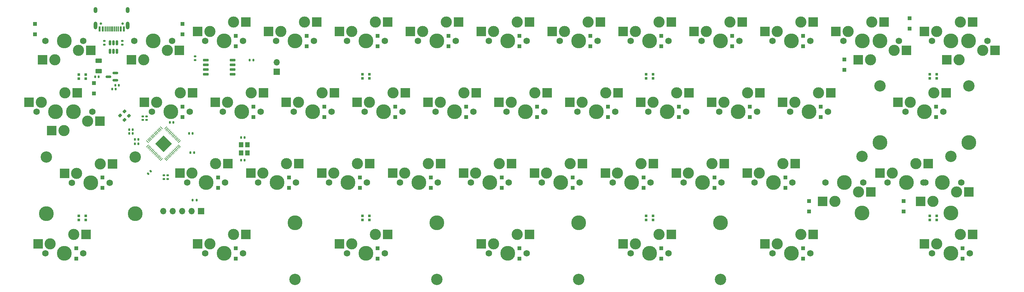
<source format=gbr>
%TF.GenerationSoftware,KiCad,Pcbnew,(6.0.7)*%
%TF.CreationDate,2023-01-25T01:57:20+01:00*%
%TF.ProjectId,william,77696c6c-6961-46d2-9e6b-696361645f70,rev?*%
%TF.SameCoordinates,Original*%
%TF.FileFunction,Soldermask,Bot*%
%TF.FilePolarity,Negative*%
%FSLAX46Y46*%
G04 Gerber Fmt 4.6, Leading zero omitted, Abs format (unit mm)*
G04 Created by KiCad (PCBNEW (6.0.7)) date 2023-01-25 01:57:20*
%MOMM*%
%LPD*%
G01*
G04 APERTURE LIST*
G04 Aperture macros list*
%AMRoundRect*
0 Rectangle with rounded corners*
0 $1 Rounding radius*
0 $2 $3 $4 $5 $6 $7 $8 $9 X,Y pos of 4 corners*
0 Add a 4 corners polygon primitive as box body*
4,1,4,$2,$3,$4,$5,$6,$7,$8,$9,$2,$3,0*
0 Add four circle primitives for the rounded corners*
1,1,$1+$1,$2,$3*
1,1,$1+$1,$4,$5*
1,1,$1+$1,$6,$7*
1,1,$1+$1,$8,$9*
0 Add four rect primitives between the rounded corners*
20,1,$1+$1,$2,$3,$4,$5,0*
20,1,$1+$1,$4,$5,$6,$7,0*
20,1,$1+$1,$6,$7,$8,$9,0*
20,1,$1+$1,$8,$9,$2,$3,0*%
G04 Aperture macros list end*
%ADD10R,0.700000X0.700000*%
%ADD11C,3.987800*%
%ADD12C,3.000000*%
%ADD13C,1.750000*%
%ADD14R,2.550000X2.500000*%
%ADD15C,3.048000*%
%ADD16R,1.100000X1.100000*%
%ADD17RoundRect,0.140000X-0.140000X-0.170000X0.140000X-0.170000X0.140000X0.170000X-0.140000X0.170000X0*%
%ADD18R,1.700000X1.700000*%
%ADD19O,1.700000X1.700000*%
%ADD20RoundRect,0.140000X0.140000X0.170000X-0.140000X0.170000X-0.140000X-0.170000X0.140000X-0.170000X0*%
%ADD21RoundRect,0.200000X-0.335876X-0.053033X-0.053033X-0.335876X0.335876X0.053033X0.053033X0.335876X0*%
%ADD22RoundRect,0.135000X-0.135000X-0.185000X0.135000X-0.185000X0.135000X0.185000X-0.135000X0.185000X0*%
%ADD23RoundRect,0.150000X0.587500X0.150000X-0.587500X0.150000X-0.587500X-0.150000X0.587500X-0.150000X0*%
%ADD24RoundRect,0.150000X0.650000X0.150000X-0.650000X0.150000X-0.650000X-0.150000X0.650000X-0.150000X0*%
%ADD25RoundRect,0.140000X0.170000X-0.140000X0.170000X0.140000X-0.170000X0.140000X-0.170000X-0.140000X0*%
%ADD26C,0.650000*%
%ADD27R,0.600000X1.450000*%
%ADD28R,0.300000X1.450000*%
%ADD29O,1.000000X2.100000*%
%ADD30O,1.000000X1.600000*%
%ADD31RoundRect,0.135000X-0.185000X0.135000X-0.185000X-0.135000X0.185000X-0.135000X0.185000X0.135000X0*%
%ADD32RoundRect,0.050000X0.238649X0.309359X-0.309359X-0.238649X-0.238649X-0.309359X0.309359X0.238649X0*%
%ADD33RoundRect,0.050000X-0.238649X0.309359X-0.309359X0.238649X0.238649X-0.309359X0.309359X-0.238649X0*%
%ADD34RoundRect,0.144000X0.000000X2.059095X-2.059095X0.000000X0.000000X-2.059095X2.059095X0.000000X0*%
%ADD35RoundRect,0.135000X0.135000X0.185000X-0.135000X0.185000X-0.135000X-0.185000X0.135000X-0.185000X0*%
%ADD36RoundRect,0.140000X0.021213X-0.219203X0.219203X-0.021213X-0.021213X0.219203X-0.219203X0.021213X0*%
%ADD37RoundRect,0.250000X-0.625000X0.375000X-0.625000X-0.375000X0.625000X-0.375000X0.625000X0.375000X0*%
%ADD38RoundRect,0.140000X-0.170000X0.140000X-0.170000X-0.140000X0.170000X-0.140000X0.170000X0.140000X0*%
%ADD39R,1.200000X1.400000*%
%ADD40RoundRect,0.150000X0.150000X-0.512500X0.150000X0.512500X-0.150000X0.512500X-0.150000X-0.512500X0*%
G04 APERTURE END LIST*
D10*
%TO.C,D53*%
X262610000Y-94212500D03*
X262610000Y-93112500D03*
X264440000Y-93112500D03*
X264440000Y-94212500D03*
%TD*%
%TO.C,D52*%
X262610000Y-56112500D03*
X262610000Y-55012500D03*
X264440000Y-55012500D03*
X264440000Y-56112500D03*
%TD*%
%TO.C,D51*%
X186410000Y-94212500D03*
X186410000Y-93112500D03*
X188240000Y-93112500D03*
X188240000Y-94212500D03*
%TD*%
%TO.C,D50*%
X186410000Y-56112500D03*
X186410000Y-55012500D03*
X188240000Y-55012500D03*
X188240000Y-56112500D03*
%TD*%
%TO.C,D49*%
X110210000Y-94212500D03*
X110210000Y-93112500D03*
X112040000Y-93112500D03*
X112040000Y-94212500D03*
%TD*%
%TO.C,D48*%
X110210000Y-56112500D03*
X110210000Y-55012500D03*
X112040000Y-55012500D03*
X112040000Y-56112500D03*
%TD*%
%TO.C,D47*%
X34010000Y-94212500D03*
X34010000Y-93112500D03*
X35840000Y-93112500D03*
X35840000Y-94212500D03*
%TD*%
%TO.C,D46*%
X34010000Y-56176000D03*
X34010000Y-55076000D03*
X35840000Y-55076000D03*
X35840000Y-56176000D03*
%TD*%
D11*
%TO.C,SW23*%
X211137500Y-65087500D03*
D12*
X213677500Y-60007500D03*
D13*
X206057500Y-65087500D03*
X216217500Y-65087500D03*
D12*
X207327500Y-62547500D03*
D14*
X204052500Y-62547500D03*
X216979500Y-60007500D03*
%TD*%
D12*
%TO.C,SW42*%
X221615000Y-100647500D03*
D13*
X220345000Y-103187500D03*
X230505000Y-103187500D03*
D12*
X227965000Y-98107500D03*
D11*
X225425000Y-103187500D03*
D14*
X218340000Y-100647500D03*
X231267000Y-98107500D03*
%TD*%
D13*
%TO.C,SW43*%
X273367500Y-103187500D03*
D12*
X270827500Y-98107500D03*
D11*
X268287500Y-103187500D03*
D13*
X263207500Y-103187500D03*
D12*
X264477500Y-100647500D03*
D14*
X261202500Y-100647500D03*
X274129500Y-98107500D03*
%TD*%
D11*
%TO.C,SW13(1.5)1*%
X268287500Y-46037500D03*
D13*
X263207500Y-46037500D03*
X273367500Y-46037500D03*
D12*
X264477500Y-43497500D03*
X270827500Y-40957500D03*
D14*
X261202500Y-43497500D03*
X274129500Y-40957500D03*
%TD*%
D12*
%TO.C,SW37(1.75)1*%
X263461500Y-89217500D03*
D11*
X266001500Y-84137500D03*
D13*
X260921500Y-84137500D03*
D12*
X269811500Y-86677500D03*
D13*
X271081500Y-84137500D03*
D14*
X273086500Y-86677500D03*
X260159500Y-89217500D03*
%TD*%
D11*
%TO.C,SW25*%
X249237500Y-73335550D03*
D13*
X256095500Y-65080550D03*
D11*
X273113500Y-73335550D03*
X261175500Y-65080550D03*
D12*
X257365500Y-62540550D03*
D15*
X273113500Y-58095550D03*
D12*
X263715500Y-60000550D03*
D15*
X249237500Y-58095550D03*
D13*
X266255500Y-65080550D03*
D14*
X254090500Y-62540550D03*
X267017500Y-60000550D03*
%TD*%
D12*
%TO.C,SW21*%
X175577500Y-60007500D03*
X169227500Y-62547500D03*
D13*
X178117500Y-65087500D03*
D11*
X173037500Y-65087500D03*
D13*
X167957500Y-65087500D03*
D14*
X165952500Y-62547500D03*
X178879500Y-60007500D03*
%TD*%
D12*
%TO.C,SW15*%
X54927500Y-62547500D03*
D11*
X58737500Y-65087500D03*
D12*
X61277500Y-60007500D03*
D13*
X53657500Y-65087500D03*
X63817500Y-65087500D03*
D14*
X51652500Y-62547500D03*
X64579500Y-60007500D03*
%TD*%
D13*
%TO.C,SW7*%
X154305000Y-46037500D03*
D11*
X149225000Y-46037500D03*
D12*
X145415000Y-43497500D03*
X151765000Y-40957500D03*
D13*
X144145000Y-46037500D03*
D14*
X142140000Y-43497500D03*
X155067000Y-40957500D03*
%TD*%
D13*
%TO.C,SW34*%
X206692500Y-84137500D03*
D11*
X201612500Y-84137500D03*
D13*
X196532500Y-84137500D03*
D12*
X204152500Y-79057500D03*
X197802500Y-81597500D03*
D14*
X194527500Y-81597500D03*
X207454500Y-79057500D03*
%TD*%
D12*
%TO.C,SW9*%
X183515000Y-43497500D03*
D13*
X182245000Y-46037500D03*
D11*
X187325000Y-46037500D03*
D13*
X192405000Y-46037500D03*
D12*
X189865000Y-40957500D03*
D14*
X180240000Y-43497500D03*
X193167000Y-40957500D03*
%TD*%
D12*
%TO.C,SW30*%
X121602500Y-81597500D03*
D11*
X125412500Y-84137500D03*
D13*
X120332500Y-84137500D03*
D12*
X127952500Y-79057500D03*
D13*
X130492500Y-84137500D03*
D14*
X118327500Y-81597500D03*
X131254500Y-79057500D03*
%TD*%
D12*
%TO.C,SW19*%
X137477500Y-60007500D03*
X131127500Y-62547500D03*
D11*
X134937500Y-65087500D03*
D13*
X140017500Y-65087500D03*
X129857500Y-65087500D03*
D14*
X127852500Y-62547500D03*
X140779500Y-60007500D03*
%TD*%
D13*
%TO.C,SW14(1.25)1*%
X32841497Y-65046825D03*
D12*
X23951497Y-62506825D03*
D11*
X27761497Y-65046825D03*
D12*
X30301497Y-59966825D03*
D13*
X22681497Y-65046825D03*
D14*
X20676497Y-62506825D03*
X33603497Y-59966825D03*
%TD*%
D12*
%TO.C,SW44*%
X113665000Y-98107500D03*
D11*
X111125000Y-103187500D03*
D15*
X130175000Y-110172500D03*
D11*
X130175000Y-94932500D03*
D13*
X106045000Y-103187500D03*
D11*
X92075000Y-94932500D03*
D15*
X92075000Y-110172500D03*
D12*
X107315000Y-100647500D03*
D13*
X116205000Y-103187500D03*
D14*
X104040000Y-100647500D03*
X116967000Y-98107500D03*
%TD*%
D13*
%TO.C,SW45*%
X182245000Y-103187500D03*
D15*
X168275000Y-110172500D03*
X206375000Y-110172500D03*
D12*
X189865000Y-98107500D03*
D11*
X168275000Y-94932500D03*
X187325000Y-103187500D03*
X206375000Y-94932500D03*
D13*
X192405000Y-103187500D03*
D12*
X183515000Y-100647500D03*
D14*
X180240000Y-100647500D03*
X193167000Y-98107500D03*
%TD*%
D11*
%TO.C,SW33*%
X182562500Y-84137500D03*
D12*
X178752500Y-81597500D03*
D13*
X187642500Y-84137500D03*
D12*
X185102500Y-79057500D03*
D13*
X177482500Y-84137500D03*
D14*
X175477500Y-81597500D03*
X188404500Y-79057500D03*
%TD*%
D12*
%TO.C,SW32*%
X159702500Y-81597500D03*
X166052500Y-79057500D03*
D13*
X168592500Y-84137500D03*
X158432500Y-84137500D03*
D11*
X163512500Y-84137500D03*
D14*
X156427500Y-81597500D03*
X169354500Y-79057500D03*
%TD*%
D12*
%TO.C,SW36*%
X243522500Y-86677500D03*
D13*
X244792500Y-84137500D03*
D11*
X239712500Y-84137500D03*
D12*
X237172500Y-89217500D03*
D13*
X234632500Y-84137500D03*
D14*
X246797500Y-86677500D03*
X233870500Y-89217500D03*
%TD*%
D12*
%TO.C,SW4*%
X88265000Y-43497500D03*
D13*
X97155000Y-46037500D03*
D12*
X94615000Y-40957500D03*
D11*
X92075000Y-46037500D03*
D13*
X86995000Y-46037500D03*
D14*
X84990000Y-43497500D03*
X97917000Y-40957500D03*
%TD*%
D12*
%TO.C,SW5*%
X113665000Y-40957500D03*
D13*
X106045000Y-46037500D03*
D12*
X107315000Y-43497500D03*
D11*
X111125000Y-46037500D03*
D13*
X116205000Y-46037500D03*
D14*
X104040000Y-43497500D03*
X116967000Y-40957500D03*
%TD*%
D12*
%TO.C,SW16*%
X80327500Y-60007500D03*
X73977500Y-62547500D03*
D11*
X77787500Y-65087500D03*
D13*
X82867500Y-65087500D03*
X72707500Y-65087500D03*
D14*
X70702500Y-62547500D03*
X83629500Y-60007500D03*
%TD*%
D15*
%TO.C,SW37(2.75)1*%
X244411500Y-77089000D03*
D11*
X244411500Y-92329000D03*
D13*
X251269500Y-84074000D03*
D11*
X268287500Y-92329000D03*
D13*
X261429500Y-84074000D03*
D12*
X258889500Y-78994000D03*
D11*
X256349500Y-84074000D03*
D12*
X252539500Y-81534000D03*
D15*
X268287500Y-77089000D03*
D14*
X249264500Y-81534000D03*
X262191500Y-78994000D03*
%TD*%
D13*
%TO.C,SW17*%
X91757500Y-65087500D03*
X101917500Y-65087500D03*
D12*
X93027500Y-62547500D03*
D11*
X96837500Y-65087500D03*
D12*
X99377500Y-60007500D03*
D14*
X89752500Y-62547500D03*
X102679500Y-60007500D03*
%TD*%
D13*
%TO.C,SW18*%
X110807500Y-65087500D03*
D12*
X118427500Y-60007500D03*
D13*
X120967500Y-65087500D03*
D11*
X115887500Y-65087500D03*
D12*
X112077500Y-62547500D03*
D14*
X108802500Y-62547500D03*
X121729500Y-60007500D03*
%TD*%
D12*
%TO.C,SW35*%
X216852500Y-81597500D03*
D13*
X225742500Y-84137500D03*
X215582500Y-84137500D03*
D12*
X223202500Y-79057500D03*
D11*
X220662500Y-84137500D03*
D14*
X213577500Y-81597500D03*
X226504500Y-79057500D03*
%TD*%
D11*
%TO.C,SW39*%
X30162500Y-103187500D03*
D13*
X25082500Y-103187500D03*
X35242500Y-103187500D03*
D12*
X26352500Y-100647500D03*
X32702500Y-98107500D03*
D14*
X23077500Y-100647500D03*
X36004500Y-98107500D03*
%TD*%
D13*
%TO.C,SW40*%
X78105000Y-103187500D03*
X67945000Y-103187500D03*
D11*
X73025000Y-103187500D03*
D12*
X75565000Y-98107500D03*
X69215000Y-100647500D03*
D14*
X65940000Y-100647500D03*
X78867000Y-98107500D03*
%TD*%
D12*
%TO.C,SW31*%
X140652500Y-81597500D03*
D11*
X144462500Y-84137500D03*
D13*
X139382500Y-84137500D03*
X149542500Y-84137500D03*
D12*
X147002500Y-79057500D03*
D14*
X137377500Y-81597500D03*
X150304500Y-79057500D03*
%TD*%
D11*
%TO.C,SW8*%
X168275000Y-46037500D03*
D12*
X164465000Y-43497500D03*
D13*
X173355000Y-46037500D03*
D12*
X170815000Y-40957500D03*
D13*
X163195000Y-46037500D03*
D14*
X161190000Y-43497500D03*
X174117000Y-40957500D03*
%TD*%
D13*
%TO.C,SW12*%
X278130000Y-46037500D03*
D12*
X276860000Y-48577500D03*
D13*
X267970000Y-46037500D03*
D11*
X273050000Y-46037500D03*
D12*
X270510000Y-51117500D03*
D14*
X280135000Y-48577500D03*
X267208000Y-51117500D03*
%TD*%
D11*
%TO.C,SW41*%
X149225000Y-103187500D03*
D15*
X206375000Y-110172500D03*
D11*
X92075000Y-94932500D03*
D13*
X144145000Y-103187500D03*
D12*
X145415000Y-100647500D03*
X151765000Y-98107500D03*
D15*
X92075000Y-110172500D03*
D13*
X154305000Y-103187500D03*
D11*
X206375000Y-94932500D03*
D14*
X142140000Y-100647500D03*
X155067000Y-98107500D03*
%TD*%
D13*
%TO.C,SW11*%
X220345000Y-46037500D03*
D11*
X225425000Y-46037500D03*
D12*
X221615000Y-43497500D03*
D13*
X230505000Y-46037500D03*
D12*
X227965000Y-40957500D03*
D14*
X218340000Y-43497500D03*
X231267000Y-40957500D03*
%TD*%
D13*
%TO.C,SW28*%
X92392500Y-84137500D03*
D12*
X89852500Y-79057500D03*
X83502500Y-81597500D03*
D11*
X87312500Y-84137500D03*
D13*
X82232500Y-84137500D03*
D14*
X80227500Y-81597500D03*
X93154500Y-79057500D03*
%TD*%
D13*
%TO.C,SW3*%
X67945000Y-46037500D03*
X78105000Y-46037500D03*
D12*
X75565000Y-40957500D03*
D11*
X73025000Y-46037500D03*
D12*
X69215000Y-43497500D03*
D14*
X65940000Y-43497500D03*
X78867000Y-40957500D03*
%TD*%
D13*
%TO.C,SW1*%
X25082500Y-46037500D03*
D12*
X33972500Y-48577500D03*
D11*
X30162500Y-46037500D03*
D13*
X35242500Y-46037500D03*
D12*
X27622500Y-51117500D03*
D14*
X37247500Y-48577500D03*
X24320500Y-51117500D03*
%TD*%
D13*
%TO.C,SW10*%
X201295000Y-46037500D03*
D12*
X208915000Y-40957500D03*
D13*
X211455000Y-46037500D03*
D12*
X202565000Y-43497500D03*
D11*
X206375000Y-46037500D03*
D14*
X199290000Y-43497500D03*
X212217000Y-40957500D03*
%TD*%
D12*
%TO.C,SW13*%
X247015000Y-40957500D03*
X240665000Y-43497500D03*
D13*
X249555000Y-46037500D03*
X239395000Y-46037500D03*
D11*
X244475000Y-46037500D03*
D14*
X237390000Y-43497500D03*
X250317000Y-40957500D03*
%TD*%
D13*
%TO.C,SW27*%
X73342500Y-84137500D03*
D11*
X68262500Y-84137500D03*
D13*
X63182500Y-84137500D03*
D12*
X70802500Y-79057500D03*
X64452500Y-81597500D03*
D14*
X61177500Y-81597500D03*
X74104500Y-79057500D03*
%TD*%
D12*
%TO.C,SW22*%
X188277500Y-62547500D03*
D13*
X187007500Y-65087500D03*
D11*
X192087500Y-65087500D03*
D13*
X197167500Y-65087500D03*
D12*
X194627500Y-60007500D03*
D14*
X185002500Y-62547500D03*
X197929500Y-60007500D03*
%TD*%
D13*
%TO.C,SW6*%
X135255000Y-46037500D03*
D12*
X132715000Y-40957500D03*
D13*
X125095000Y-46037500D03*
D12*
X126365000Y-43497500D03*
D11*
X130175000Y-46037500D03*
D14*
X123090000Y-43497500D03*
X136017000Y-40957500D03*
%TD*%
D13*
%TO.C,SW24*%
X225107500Y-65087500D03*
D12*
X226377500Y-62547500D03*
D13*
X235267500Y-65087500D03*
D12*
X232727500Y-60007500D03*
D11*
X230187500Y-65087500D03*
D14*
X223102500Y-62547500D03*
X236029500Y-60007500D03*
%TD*%
D11*
%TO.C,SW29*%
X106362500Y-84137500D03*
D12*
X108902500Y-79057500D03*
D13*
X111442500Y-84137500D03*
X101282500Y-84137500D03*
D12*
X102552500Y-81597500D03*
D14*
X99277500Y-81597500D03*
X112204500Y-79057500D03*
%TD*%
D13*
%TO.C,SW20*%
X148907500Y-65087500D03*
D12*
X150177500Y-62547500D03*
D13*
X159067500Y-65087500D03*
D12*
X156527500Y-60007500D03*
D11*
X153987500Y-65087500D03*
D14*
X146902500Y-62547500D03*
X159829500Y-60007500D03*
%TD*%
D12*
%TO.C,SW14*%
X30035500Y-70167500D03*
D13*
X37655500Y-65087500D03*
D11*
X32575500Y-65087500D03*
D12*
X36385500Y-67627500D03*
D13*
X27495500Y-65087500D03*
D14*
X39660500Y-67627500D03*
X26733500Y-70167500D03*
%TD*%
D12*
%TO.C,SW2*%
X57785000Y-48577500D03*
D13*
X48895000Y-46037500D03*
X59055000Y-46037500D03*
D11*
X53975000Y-46037500D03*
D12*
X51435000Y-51117500D03*
D14*
X61060000Y-48577500D03*
X48133000Y-51117500D03*
%TD*%
D12*
%TO.C,SW12(1.5)1*%
X246697500Y-51117500D03*
D13*
X244157500Y-46037500D03*
X254317500Y-46037500D03*
D12*
X253047500Y-48577500D03*
D11*
X249237500Y-46037500D03*
D14*
X256322500Y-48577500D03*
X243395500Y-51117500D03*
%TD*%
D12*
%TO.C,SW26*%
X39814500Y-79121000D03*
D15*
X25336500Y-77216000D03*
D11*
X25336500Y-92456000D03*
X37274500Y-84201000D03*
D15*
X49212500Y-77216000D03*
D12*
X33464500Y-81661000D03*
D13*
X42354500Y-84201000D03*
D11*
X49212500Y-92456000D03*
D13*
X32194500Y-84201000D03*
D14*
X30189500Y-81661000D03*
X43116500Y-79121000D03*
%TD*%
D16*
%TO.C,D12*%
X76200000Y-104587500D03*
X76200000Y-101787500D03*
%TD*%
%TO.C,D43*%
X255587500Y-91887500D03*
X255587500Y-89087500D03*
%TD*%
%TO.C,D29*%
X185737500Y-85537500D03*
X185737500Y-82737500D03*
%TD*%
%TO.C,D34*%
X209550000Y-47437500D03*
X209550000Y-44637500D03*
%TD*%
%TO.C,D28*%
X176212500Y-66487500D03*
X176212500Y-63687500D03*
%TD*%
%TO.C,D44*%
X257175000Y-42675000D03*
X257175000Y-39875000D03*
%TD*%
%TO.C,D21*%
X138112500Y-66487500D03*
X138112500Y-63687500D03*
%TD*%
D17*
%TO.C,C7*%
X43843000Y-57912000D03*
X44803000Y-57912000D03*
%TD*%
D16*
%TO.C,D5*%
X33337500Y-104587500D03*
X33337500Y-101787500D03*
%TD*%
%TO.C,D30*%
X190500000Y-47437500D03*
X190500000Y-44637500D03*
%TD*%
D18*
%TO.C,SW37*%
X87147000Y-54336000D03*
D19*
X87147000Y-51796000D03*
%TD*%
D20*
%TO.C,C5*%
X78585000Y-78105000D03*
X77625000Y-78105000D03*
%TD*%
D16*
%TO.C,D42*%
X264287000Y-66487500D03*
X264287000Y-63687500D03*
%TD*%
%TO.C,D14*%
X100012500Y-66487500D03*
X100012500Y-63687500D03*
%TD*%
D21*
%TO.C,R2*%
X45136637Y-66091637D03*
X46303363Y-67258363D03*
%TD*%
D16*
%TO.C,D11*%
X90487500Y-85537500D03*
X90487500Y-82737500D03*
%TD*%
D22*
%TO.C,R3*%
X64621588Y-88875000D03*
X65641588Y-88875000D03*
%TD*%
D16*
%TO.C,D39*%
X230187500Y-91887500D03*
X230187500Y-89087500D03*
%TD*%
%TO.C,D31*%
X195262500Y-66487500D03*
X195262500Y-63687500D03*
%TD*%
D23*
%TO.C,U2*%
X43863500Y-54676000D03*
X43863500Y-56576000D03*
X41988500Y-55626000D03*
%TD*%
D24*
%TO.C,U3*%
X75355000Y-51181000D03*
X75355000Y-52451000D03*
X75355000Y-53721000D03*
X75355000Y-54991000D03*
X68155000Y-54991000D03*
X68155000Y-53721000D03*
X68155000Y-52451000D03*
X68155000Y-51181000D03*
%TD*%
D20*
%TO.C,C16*%
X50010000Y-72517000D03*
X49050000Y-72517000D03*
%TD*%
D25*
%TO.C,C15*%
X51181000Y-67282000D03*
X51181000Y-66322000D03*
%TD*%
%TO.C,C11*%
X57912000Y-83157000D03*
X57912000Y-82197000D03*
%TD*%
D16*
%TO.C,D23*%
X152400000Y-47437500D03*
X152400000Y-44637500D03*
%TD*%
D26*
%TO.C,J1*%
X45752499Y-41319539D03*
X39972499Y-41319539D03*
D27*
X39612499Y-42764539D03*
X40412499Y-42764539D03*
D28*
X41612499Y-42764539D03*
X42612499Y-42764539D03*
X43112499Y-42764539D03*
X44112499Y-42764539D03*
D27*
X45312499Y-42764539D03*
X46112499Y-42764539D03*
X46112499Y-42764539D03*
X45312499Y-42764539D03*
D28*
X44612499Y-42764539D03*
X43612499Y-42764539D03*
X42112499Y-42764539D03*
X41112499Y-42764539D03*
D27*
X40412499Y-42764539D03*
X39612499Y-42764539D03*
D29*
X47182499Y-41849539D03*
D30*
X47182499Y-37669539D03*
X38542499Y-37669539D03*
D29*
X38542499Y-41849539D03*
%TD*%
D20*
%TO.C,C8*%
X43914000Y-58928000D03*
X42954000Y-58928000D03*
%TD*%
D17*
%TO.C,C14*%
X63655000Y-70866000D03*
X64615000Y-70866000D03*
%TD*%
D31*
%TO.C,R5*%
X45720000Y-45972000D03*
X45720000Y-46992000D03*
%TD*%
D17*
%TO.C,C17*%
X58448000Y-67945000D03*
X59408000Y-67945000D03*
%TD*%
D16*
%TO.C,D24*%
X157162500Y-66487500D03*
X157162500Y-63687500D03*
%TD*%
D20*
%TO.C,C1*%
X48486000Y-69850000D03*
X47526000Y-69850000D03*
%TD*%
D25*
%TO.C,C2*%
X52197000Y-67282000D03*
X52197000Y-66322000D03*
%TD*%
D16*
%TO.C,D20*%
X133350000Y-47437500D03*
X133350000Y-44637500D03*
%TD*%
%TO.C,D45*%
X271462500Y-104587500D03*
X271462500Y-101787500D03*
%TD*%
%TO.C,D40*%
X228600000Y-104587500D03*
X228600000Y-101787500D03*
%TD*%
%TO.C,D27*%
X171450000Y-47437500D03*
X171450000Y-44637500D03*
%TD*%
D32*
%TO.C,U1*%
X57361202Y-69390843D03*
X57644045Y-69673686D03*
X57926887Y-69956528D03*
X58209730Y-70239371D03*
X58492573Y-70522214D03*
X58775415Y-70805056D03*
X59058258Y-71087899D03*
X59341101Y-71370742D03*
X59623944Y-71653585D03*
X59906786Y-71936427D03*
X60189629Y-72219270D03*
X60472472Y-72502113D03*
X60755314Y-72784955D03*
X61038157Y-73067798D03*
D33*
X61038157Y-74252202D03*
X60755314Y-74535045D03*
X60472472Y-74817887D03*
X60189629Y-75100730D03*
X59906786Y-75383573D03*
X59623944Y-75666415D03*
X59341101Y-75949258D03*
X59058258Y-76232101D03*
X58775415Y-76514944D03*
X58492573Y-76797786D03*
X58209730Y-77080629D03*
X57926887Y-77363472D03*
X57644045Y-77646314D03*
X57361202Y-77929157D03*
D32*
X56176798Y-77929157D03*
X55893955Y-77646314D03*
X55611113Y-77363472D03*
X55328270Y-77080629D03*
X55045427Y-76797786D03*
X54762585Y-76514944D03*
X54479742Y-76232101D03*
X54196899Y-75949258D03*
X53914056Y-75666415D03*
X53631214Y-75383573D03*
X53348371Y-75100730D03*
X53065528Y-74817887D03*
X52782686Y-74535045D03*
X52499843Y-74252202D03*
D33*
X52499843Y-73067798D03*
X52782686Y-72784955D03*
X53065528Y-72502113D03*
X53348371Y-72219270D03*
X53631214Y-71936427D03*
X53914056Y-71653585D03*
X54196899Y-71370742D03*
X54479742Y-71087899D03*
X54762585Y-70805056D03*
X55045427Y-70522214D03*
X55328270Y-70239371D03*
X55611113Y-69956528D03*
X55893955Y-69673686D03*
X56176798Y-69390843D03*
D34*
X56769000Y-73660000D03*
%TD*%
D18*
%TO.C,J2*%
X66899000Y-91796000D03*
D19*
X64359000Y-91796000D03*
X61819000Y-91796000D03*
X59279000Y-91796000D03*
X56739000Y-91796000D03*
%TD*%
D16*
%TO.C,D33*%
X190500000Y-104587500D03*
X190500000Y-101787500D03*
%TD*%
%TO.C,D4*%
X40386000Y-85537500D03*
X40386000Y-82737500D03*
%TD*%
%TO.C,D16*%
X114300000Y-47437500D03*
X114300000Y-44637500D03*
%TD*%
D25*
%TO.C,C12*%
X65278000Y-51153000D03*
X65278000Y-50193000D03*
%TD*%
D16*
%TO.C,D3*%
X38100000Y-57337500D03*
X38100000Y-60137500D03*
%TD*%
%TO.C,D8*%
X71437500Y-85537500D03*
X71437500Y-82737500D03*
%TD*%
D35*
%TO.C,R7*%
X65026000Y-76073000D03*
X64006000Y-76073000D03*
%TD*%
D16*
%TO.C,D15*%
X109537500Y-85537500D03*
X109537500Y-82737500D03*
%TD*%
D36*
%TO.C,C13*%
X52619589Y-81746411D03*
X53298411Y-81067589D03*
%TD*%
D16*
%TO.C,D22*%
X147637500Y-85537500D03*
X147637500Y-82737500D03*
%TD*%
%TO.C,D10*%
X80962500Y-66487500D03*
X80962500Y-63687500D03*
%TD*%
%TO.C,D26*%
X152400000Y-104587500D03*
X152400000Y-101787500D03*
%TD*%
%TO.C,D32*%
X204787500Y-85537500D03*
X204787500Y-82737500D03*
%TD*%
%TO.C,D37*%
X228600000Y-47437500D03*
X228600000Y-44637500D03*
%TD*%
D20*
%TO.C,C4*%
X39342000Y-55626000D03*
X38382000Y-55626000D03*
%TD*%
D17*
%TO.C,C6*%
X77625000Y-72009000D03*
X78585000Y-72009000D03*
%TD*%
D16*
%TO.C,D19*%
X114300000Y-104587500D03*
X114300000Y-101787500D03*
%TD*%
D35*
%TO.C,R6*%
X80901000Y-51181000D03*
X79881000Y-51181000D03*
%TD*%
D16*
%TO.C,D9*%
X76200000Y-47437500D03*
X76200000Y-44637500D03*
%TD*%
D20*
%TO.C,C10*%
X50010000Y-73660000D03*
X49050000Y-73660000D03*
%TD*%
D16*
%TO.C,D17*%
X119062500Y-66487500D03*
X119062500Y-63687500D03*
%TD*%
%TO.C,D7*%
X61912500Y-66487500D03*
X61912500Y-63687500D03*
%TD*%
%TO.C,D2*%
X22225000Y-41462500D03*
X22225000Y-44262500D03*
%TD*%
D37*
%TO.C,F1*%
X39370000Y-51305000D03*
X39370000Y-54105000D03*
%TD*%
D38*
%TO.C,C3*%
X56896000Y-82197000D03*
X56896000Y-83157000D03*
%TD*%
D16*
%TO.C,D6*%
X61912500Y-41462500D03*
X61912500Y-44262500D03*
%TD*%
D21*
%TO.C,R1*%
X46279637Y-64948637D03*
X47446363Y-66115363D03*
%TD*%
D16*
%TO.C,D25*%
X166687500Y-85537500D03*
X166687500Y-82737500D03*
%TD*%
D31*
%TO.C,R4*%
X40894000Y-46992000D03*
X40894000Y-45972000D03*
%TD*%
D16*
%TO.C,D36*%
X223837500Y-85537500D03*
X223837500Y-82737500D03*
%TD*%
D39*
%TO.C,Y1*%
X77636000Y-76157000D03*
X77636000Y-73957000D03*
X79336000Y-73957000D03*
X79336000Y-76157000D03*
%TD*%
D40*
%TO.C,U4*%
X44257000Y-48762500D03*
X43307000Y-48762500D03*
X42357000Y-48762500D03*
X42357000Y-46487500D03*
X43307000Y-46487500D03*
X44257000Y-46487500D03*
%TD*%
D16*
%TO.C,D18*%
X128587500Y-85537500D03*
X128587500Y-82737500D03*
%TD*%
%TO.C,D41*%
X239712500Y-53787500D03*
X239712500Y-50987500D03*
%TD*%
%TO.C,D35*%
X214312500Y-66487500D03*
X214312500Y-63687500D03*
%TD*%
%TO.C,D38*%
X233362500Y-66487500D03*
X233362500Y-63687500D03*
%TD*%
D20*
%TO.C,C9*%
X48486000Y-70866000D03*
X47526000Y-70866000D03*
%TD*%
D16*
%TO.C,D13*%
X95250000Y-47437500D03*
X95250000Y-44637500D03*
%TD*%
M02*

</source>
